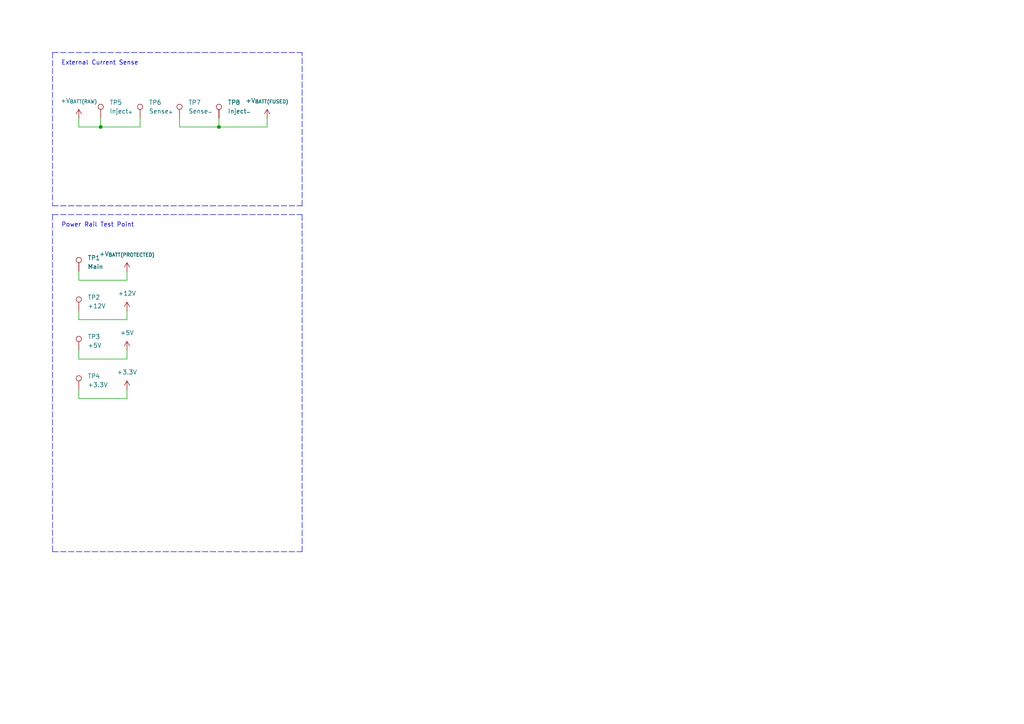
<source format=kicad_sch>
(kicad_sch (version 20230121) (generator eeschema)
  (paper "A4")
  (title_block (title "Control") (date "2023-02-21") (rev "1.0.0") (company "The A-Team (RC SSL)") (comment 1 "W. Stuckey & R. Osawa"))
  (lib_symbols
    (symbol "AT-Supplies:+V_{BATT(FUSED)}" (power) (pin_names (offset 0)) (in_bom no) (on_board no)
      (property "Value" "+V_{BATT(FUSED)}" (at 0 5.08 0))
      (symbol "+V_{BATT(FUSED)}_0_1"
        (polyline (pts (xy -0.76 1.27) (xy 0.002 2.54)))
        (polyline (pts (xy 0.002 0) (xy 0.002 2.54)))
        (polyline (pts (xy 0.002 2.54) (xy 0.764 1.27)))
      )
      (symbol "+V_{BATT(FUSED)}_1_1"
        (pin power_in line (at 0 0 90) (length 0) hide (name "+V_{BATT(FUSED)}") (number "1"))
      )
    )
    (symbol "AT-Supplies:+V_{BATT(PROTECTED)}" (power) (pin_names (offset 0)) (in_bom no) (on_board no)
      (property "Value" "+V_{BATT(PROTECTED)}" (at 0 5.08 0))
      (symbol "+V_{BATT(PROTECTED)}_0_1"
        (polyline (pts (xy -0.76 1.27) (xy 0.002 2.54)))
        (polyline (pts (xy 0.002 0) (xy 0.002 2.54)))
        (polyline (pts (xy 0.002 2.54) (xy 0.764 1.27)))
      )
      (symbol "+V_{BATT(PROTECTED)}_1_1"
        (pin power_in line (at 0 0 90) (length 0) hide (name "+V_{BATT(PROTECTED)}") (number "1"))
      )
    )
    (symbol "AT-Supplies:+V_{BATT(RAW)}" (power) (pin_names (offset 0)) (in_bom no) (on_board no)
      (property "Value" "+V_{BATT(RAW)}" (at 0 5.08 0))
      (symbol "+V_{BATT(RAW)}_0_1"
        (polyline (pts (xy -0.76 1.27) (xy 0.002 2.54)))
        (polyline (pts (xy 0.002 0) (xy 0.002 2.54)))
        (polyline (pts (xy 0.002 2.54) (xy 0.764 1.27)))
      )
      (symbol "+V_{BATT(RAW)}_1_1"
        (pin power_in line (at 0 0 90) (length 0) hide (name "+V_{BATT(RAW)}") (number "1"))
      )
    )
    (symbol "Connector:TestPoint" (pin_numbers hide) (pin_names (offset 0.762) hide)
      (property "Reference" "TP" (at 0 6.858 0))
      (property "Value" "TestPoint" (at 0 5.08 0))
      (symbol "TestPoint_0_1"
        (circle (center 0 3.302) (radius 0.762))
      )
      (symbol "TestPoint_1_1"
        (pin passive line (at 0 0 90) (length 2.54) (name "1") (number "1"))
      )
    )
    (symbol "power:+12V" (power) (pin_names (offset 0))
      (property "Value" "+12V" (at 0 3.556 0))
      (symbol "+12V_0_1"
        (polyline (pts (xy -0.762 1.27) (xy 0 2.54)))
        (polyline (pts (xy 0 0) (xy 0 2.54)))
        (polyline (pts (xy 0 2.54) (xy 0.762 1.27)))
      )
      (symbol "+12V_1_1"
        (pin power_in line (at 0 0 90) (length 0) hide (name "+12V") (number "1"))
      )
    )
    (symbol "power:+3.3V" (power) (pin_names (offset 0))
      (property "Value" "+3.3V" (at 0 3.556 0))
      (symbol "+3.3V_0_1"
        (polyline (pts (xy -0.762 1.27) (xy 0 2.54)))
        (polyline (pts (xy 0 0) (xy 0 2.54)))
        (polyline (pts (xy 0 2.54) (xy 0.762 1.27)))
      )
      (symbol "+3.3V_1_1"
        (pin power_in line (at 0 0 90) (length 0) hide (name "+3.3V") (number "1"))
      )
    )
    (symbol "power:+5V" (power) (pin_names (offset 0))
      (property "Value" "+5V" (at 0 3.556 0))
      (symbol "+5V_0_1"
        (polyline (pts (xy -0.762 1.27) (xy 0 2.54)))
        (polyline (pts (xy 0 0) (xy 0 2.54)))
        (polyline (pts (xy 0 2.54) (xy 0.762 1.27)))
      )
      (symbol "+5V_1_1"
        (pin power_in line (at 0 0 90) (length 0) hide (name "+5V") (number "1"))
      )
    )
  )
  (junction (at 29.21 36.83))
  (junction (at 63.5 36.83))
  (wire (pts (xy 36.83 81.28) (xy 36.83 78.74)))
  (wire (pts (xy 36.83 90.17) (xy 36.83 92.71)))
  (wire (pts (xy 22.86 34.29) (xy 22.86 36.83)))
  (wire (pts (xy 63.5 36.83) (xy 77.47 36.83)))
  (polyline (pts (xy 15.24 62.23) (xy 87.63 62.23)) (stroke (width 0) (type dash)))
  (wire (pts (xy 36.83 113.03) (xy 36.83 115.57)))
  (polyline (pts (xy 15.24 160.02) (xy 87.63 160.02)) (stroke (width 0) (type dash)))
  (wire (pts (xy 77.47 34.29) (xy 77.47 36.83)))
  (wire (pts (xy 63.5 34.29) (xy 63.5 36.83)))
  (wire (pts (xy 52.07 36.83) (xy 63.5 36.83)))
  (wire (pts (xy 22.86 115.57) (xy 36.83 115.57)))
  (polyline (pts (xy 15.24 62.23) (xy 15.24 160.02)) (stroke (width 0) (type dash)))
  (wire (pts (xy 22.86 36.83) (xy 29.21 36.83)))
  (wire (pts (xy 22.86 78.74) (xy 22.86 81.28)))
  (wire (pts (xy 22.86 81.28) (xy 36.83 81.28)))
  (wire (pts (xy 22.86 92.71) (xy 36.83 92.71)))
  (wire (pts (xy 40.64 34.29) (xy 40.64 36.83)))
  (wire (pts (xy 52.07 34.29) (xy 52.07 36.83)))
  (wire (pts (xy 36.83 101.6) (xy 36.83 104.14)))
  (wire (pts (xy 22.86 90.17) (xy 22.86 92.71)))
  (polyline (pts (xy 15.24 59.69) (xy 87.63 59.69)) (stroke (width 0) (type dash)))
  (polyline (pts (xy 87.63 160.02) (xy 87.63 62.23)) (stroke (width 0) (type dash)))
  (wire (pts (xy 22.86 101.6) (xy 22.86 104.14)))
  (polyline (pts (xy 15.24 15.24) (xy 87.63 15.24)) (stroke (width 0) (type dash)))
  (wire (pts (xy 22.86 113.03) (xy 22.86 115.57)))
  (polyline (pts (xy 15.24 15.24) (xy 15.24 59.69)) (stroke (width 0) (type dash)))
  (wire (pts (xy 22.86 104.14) (xy 36.83 104.14)))
  (polyline (pts (xy 87.63 59.69) (xy 87.63 15.24)) (stroke (width 0) (type dash)))
  (wire (pts (xy 29.21 36.83) (xy 40.64 36.83)))
  (wire (pts (xy 29.21 34.29) (xy 29.21 36.83)))
  (text "External Current Sense" (at 17.78 19.05 0) (effects (font (size 1.27 1.27)) (justify left bottom)))
  (text "Power Rail Test Point" (at 17.78 66.04 0) (effects (font (size 1.27 1.27)) (justify left bottom)))
  (symbol (lib_id "power:+3.3V") (at 36.83 113.03 0) (unit 1)
    (property "Reference" "#PWR031" (effects hide))
    (property "Value" "+3.3V" (at 36.83 107.95 0))
    (instances (project "control" (path "" (reference "#PWR031") (unit 1)) (path "" (reference "#PWR062") (unit 1))))
  )
  (symbol (lib_id "power:+12V") (at 36.83 90.17 0) (unit 1)
    (property "Reference" "#PWR026" (effects hide))
    (property "Value" "+12V" (at 36.83 85.09 0))
    (instances (project "control" (path "" (reference "#PWR026") (unit 1)) (path "" (reference "#PWR060") (unit 1))))
  )
  (symbol (lib_id "AT-Supplies:+V_{BATT(PROTECTED)}") (at 36.83 78.74 0) (unit 1) (in_bom no) (on_board no)
    (property "Reference" "#PWR023" (effects hide))
    (property "Value" "+V_{BATT(PROTECTED)}" (at 36.832 73.66 0))
    (instances (project "control" (path "" (reference "#PWR023") (unit 1)) (path "" (reference "#PWR059") (unit 1))))
  )
  (symbol (lib_id "Connector:TestPoint") (at 22.86 101.6 0) (mirror y) (unit 1) (in_bom no)
    (property "Reference" "TP3" (at 25.4 97.663 0) (effects (justify right)))
    (property "Value" "+5V" (at 25.4 100.203 0) (effects (justify right)))
    (property "Footprint" "TestPoint:TestPoint_THTPad_1.0x1.0mm_Drill0.5mm" (effects hide))
  )
  (symbol (lib_id "Connector:TestPoint") (at 52.07 34.29 0) (mirror y) (unit 1) (in_bom no)
    (property "Reference" "TP7" (at 54.61 29.7179 0) (effects (justify right)))
    (property "Value" "Sense_{-}" (at 54.61 32.2579 0) (effects (justify right)))
    (property "Footprint" "TestPoint:TestPoint_THTPad_2.0x2.0mm_Drill1.0mm" (effects hide))
  )
  (symbol (lib_id "Connector:TestPoint") (at 40.64 34.29 0) (unit 1) (in_bom no)
    (property "Reference" "TP6" (at 43.18 29.7179 0) (effects (justify left)))
    (property "Value" "Sense_{+}" (at 43.18 32.2579 0) (effects (justify left)))
    (property "Footprint" "TestPoint:TestPoint_THTPad_2.0x2.0mm_Drill1.0mm" (effects hide))
  )
  (symbol (lib_id "Connector:TestPoint") (at 22.86 90.17 0) (mirror y) (unit 1) (in_bom no)
    (property "Reference" "TP2" (at 25.4 86.233 0) (effects (justify right)))
    (property "Value" "+12V" (at 25.4 88.773 0) (effects (justify right)))
    (property "Footprint" "TestPoint:TestPoint_THTPad_1.0x1.0mm_Drill0.5mm" (effects hide))
  )
  (symbol (lib_id "Connector:TestPoint") (at 22.86 78.74 0) (mirror y) (unit 1) (in_bom no)
    (property "Reference" "TP1" (at 25.4 74.803 0) (effects (justify right)))
    (property "Value" "Main" (at 25.4 77.343 0) (effects (justify right)))
    (property "Footprint" "TestPoint:TestPoint_THTPad_1.0x1.0mm_Drill0.5mm" (effects hide))
  )
  (symbol (lib_id "Connector:TestPoint") (at 63.5 34.29 0) (mirror y) (unit 1) (in_bom no)
    (property "Reference" "TP8" (at 66.04 29.7179 0) (effects (justify right)))
    (property "Value" "Inject_{-}" (at 66.04 32.2579 0) (effects (justify right)))
    (property "Footprint" "TestPoint:TestPoint_THTPad_2.0x2.0mm_Drill1.0mm" (effects hide))
  )
  (symbol (lib_id "AT-Supplies:+V_{BATT(FUSED)}") (at 77.47 34.29 0) (unit 1) (in_bom no) (on_board no)
    (property "Reference" "#PWR063" (effects hide))
    (property "Value" "+V_{BATT(FUSED)}" (at 77.472 29.21 0))
  )
  (symbol (lib_id "AT-Supplies:+V_{BATT(RAW)}") (at 22.86 34.29 0) (unit 1) (in_bom no) (on_board no)
    (property "Reference" "#PWR058" (effects hide))
    (property "Value" "+V_{BATT(RAW)}" (at 22.862 29.21 0))
  )
  (symbol (lib_id "Connector:TestPoint") (at 22.86 113.03 0) (mirror y) (unit 1) (in_bom no)
    (property "Reference" "TP4" (at 25.4 109.093 0) (effects (justify right)))
    (property "Value" "+3.3V" (at 25.4 111.633 0) (effects (justify right)))
    (property "Footprint" "TestPoint:TestPoint_THTPad_1.0x1.0mm_Drill0.5mm" (effects hide))
  )
  (symbol (lib_id "power:+5V") (at 36.83 101.6 0) (unit 1)
    (property "Reference" "#PWR032" (effects hide))
    (property "Value" "+5V" (at 36.83 96.52 0))
    (instances (project "control" (path "" (reference "#PWR032") (unit 1)) (path "" (reference "#PWR061") (unit 1))))
  )
  (symbol (lib_id "Connector:TestPoint") (at 29.21 34.29 0) (mirror y) (unit 1) (in_bom no)
    (property "Reference" "TP5" (at 31.75 29.7179 0) (effects (justify right)))
    (property "Value" "Inject_{+}" (at 31.75 32.2579 0) (effects (justify right)))
    (property "Footprint" "TestPoint:TestPoint_THTPad_2.0x2.0mm_Drill1.0mm" (effects hide))
  )
)
</source>
